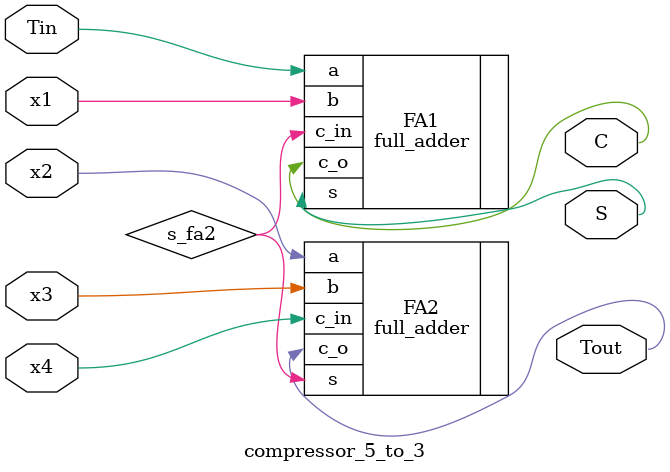
<source format=sv>
`include "full_adder.sv"

module compressor_5_to_3 (
	input logic     Tin,x1,x2,x3,x4,
	output logic    S,C,Tout
);

logic s_fa2;
	
full_adder FA1 (.a(Tin),.b(x1),.c_in(s_fa2),.s(S),.c_o(C));
full_adder FA2 (.a(x2),.b(x3),.c_in(x4),.s(s_fa2),.c_o(Tout));
	
endmodule

</source>
